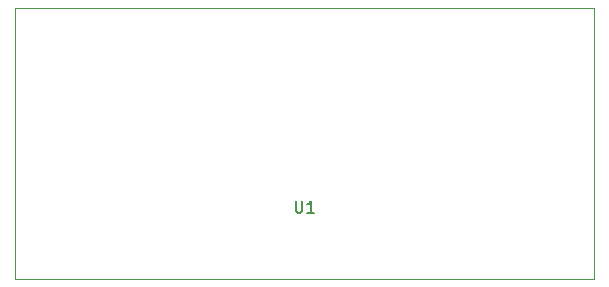
<source format=gbr>
%TF.GenerationSoftware,KiCad,Pcbnew,8.0.6*%
%TF.CreationDate,2024-11-14T22:36:56-05:00*%
%TF.ProjectId,BoostPCB,426f6f73-7450-4434-922e-6b696361645f,rev?*%
%TF.SameCoordinates,Original*%
%TF.FileFunction,Legend,Top*%
%TF.FilePolarity,Positive*%
%FSLAX46Y46*%
G04 Gerber Fmt 4.6, Leading zero omitted, Abs format (unit mm)*
G04 Created by KiCad (PCBNEW 8.0.6) date 2024-11-14 22:36:56*
%MOMM*%
%LPD*%
G01*
G04 APERTURE LIST*
%ADD10C,0.150000*%
%ADD11C,0.120000*%
G04 APERTURE END LIST*
D10*
X66738095Y-104836819D02*
X66738095Y-105646342D01*
X66738095Y-105646342D02*
X66785714Y-105741580D01*
X66785714Y-105741580D02*
X66833333Y-105789200D01*
X66833333Y-105789200D02*
X66928571Y-105836819D01*
X66928571Y-105836819D02*
X67119047Y-105836819D01*
X67119047Y-105836819D02*
X67214285Y-105789200D01*
X67214285Y-105789200D02*
X67261904Y-105741580D01*
X67261904Y-105741580D02*
X67309523Y-105646342D01*
X67309523Y-105646342D02*
X67309523Y-104836819D01*
X68309523Y-105836819D02*
X67738095Y-105836819D01*
X68023809Y-105836819D02*
X68023809Y-104836819D01*
X68023809Y-104836819D02*
X67928571Y-104979676D01*
X67928571Y-104979676D02*
X67833333Y-105074914D01*
X67833333Y-105074914D02*
X67738095Y-105122533D01*
D11*
%TO.C,U1*%
X43000000Y-88500000D02*
X43000000Y-111500000D01*
X43000000Y-88500000D02*
X92000000Y-88500000D01*
X43000000Y-111500000D02*
X92000000Y-111500000D01*
X92000000Y-111500000D02*
X92000000Y-88500000D01*
%TD*%
M02*

</source>
